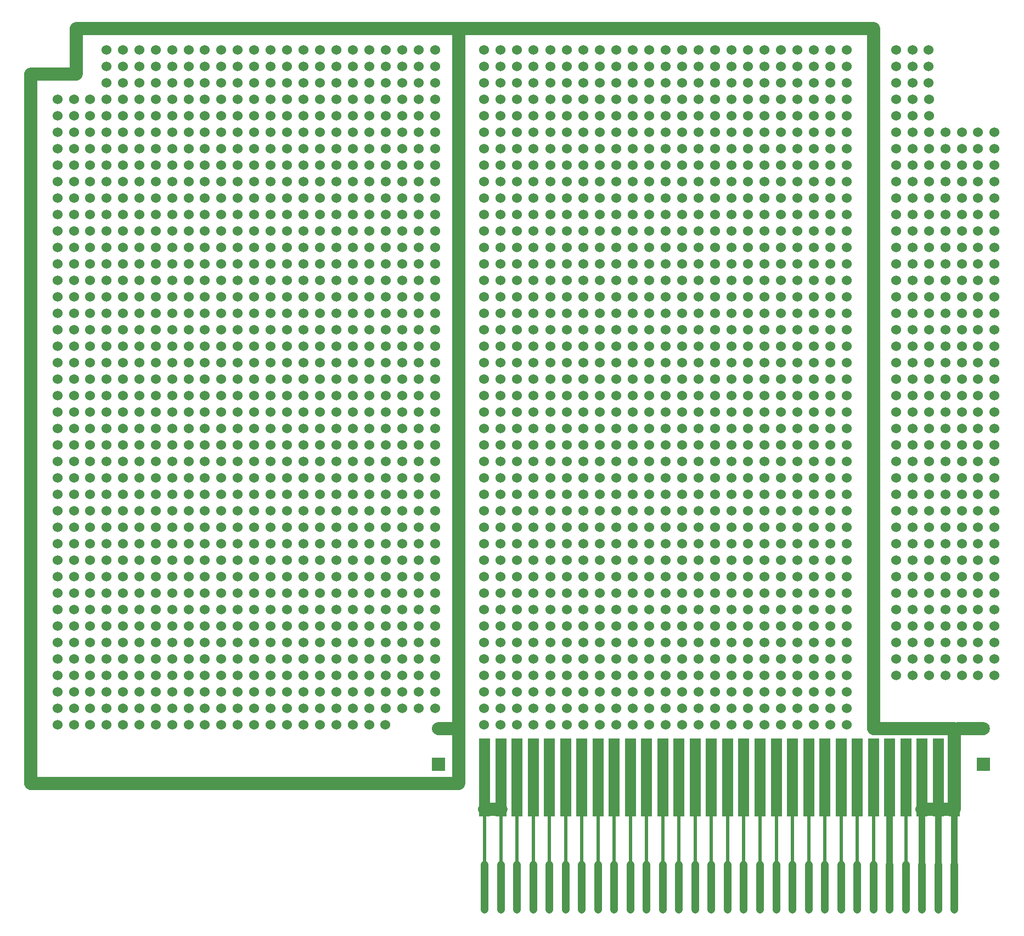
<source format=gtl>
G75*
%MOIN*%
%OFA0B0*%
%FSLAX25Y25*%
%IPPOS*%
%LPD*%
%AMOC8*
5,1,8,0,0,1.08239X$1,22.5*
%
%ADD10C,0.04724*%
%ADD11C,0.01969*%
%ADD12C,0.03937*%
%ADD13R,0.06693X0.47244*%
%ADD14R,0.07874X0.07874*%
%ADD15C,0.07874*%
%ADD16C,0.07874*%
%ADD17C,0.06000*%
D10*
X0294701Y0010906D02*
X0294701Y0038465D01*
X0304543Y0038465D02*
X0304543Y0010906D01*
X0314386Y0010906D02*
X0314386Y0038465D01*
X0324228Y0038465D02*
X0324228Y0010906D01*
X0334071Y0010906D02*
X0334071Y0038465D01*
X0343913Y0038465D02*
X0343913Y0010906D01*
X0353756Y0010906D02*
X0353756Y0038465D01*
X0363598Y0038465D02*
X0363598Y0010906D01*
X0373441Y0010906D02*
X0373441Y0038465D01*
X0383283Y0038465D02*
X0383283Y0010906D01*
X0393126Y0010906D02*
X0393126Y0038465D01*
X0402969Y0038465D02*
X0402969Y0010906D01*
X0412811Y0010906D02*
X0412811Y0038465D01*
X0422654Y0038465D02*
X0422654Y0010906D01*
X0432496Y0010906D02*
X0432496Y0038465D01*
X0442339Y0038465D02*
X0442339Y0010906D01*
X0452181Y0010906D02*
X0452181Y0038465D01*
X0462024Y0038465D02*
X0462024Y0010906D01*
X0471866Y0010906D02*
X0471866Y0038465D01*
X0481709Y0038465D02*
X0481709Y0010906D01*
X0491551Y0010906D02*
X0491551Y0038465D01*
X0501394Y0038465D02*
X0501394Y0010906D01*
X0511236Y0010906D02*
X0511236Y0038465D01*
X0521079Y0038465D02*
X0521079Y0010906D01*
X0530921Y0010906D02*
X0530921Y0038465D01*
X0540764Y0038465D02*
X0540764Y0010906D01*
X0550606Y0010906D02*
X0550606Y0038465D01*
X0560449Y0038465D02*
X0560449Y0010906D01*
X0570291Y0010906D02*
X0570291Y0038465D01*
X0580134Y0038465D02*
X0580134Y0010906D01*
D11*
X0550606Y0038858D02*
X0550606Y0069567D01*
X0530921Y0069567D02*
X0530921Y0038465D01*
X0521079Y0039252D02*
X0521079Y0069567D01*
X0511236Y0069567D02*
X0511236Y0038465D01*
X0501394Y0038858D02*
X0501394Y0069567D01*
X0491551Y0069567D02*
X0491551Y0038465D01*
X0481709Y0038465D02*
X0481709Y0069567D01*
X0471866Y0069567D02*
X0471866Y0038465D01*
X0462024Y0038465D02*
X0462024Y0069567D01*
X0452181Y0069567D02*
X0452181Y0038465D01*
X0442339Y0038465D02*
X0442339Y0069567D01*
X0432496Y0069567D02*
X0432496Y0038465D01*
X0422654Y0038465D02*
X0422654Y0069567D01*
X0412811Y0069567D02*
X0412811Y0038465D01*
X0402969Y0038465D02*
X0402969Y0069567D01*
X0393126Y0069567D02*
X0393126Y0039646D01*
X0383283Y0039252D02*
X0383283Y0069567D01*
X0373441Y0069567D02*
X0373441Y0040433D01*
X0363598Y0038465D02*
X0363598Y0069567D01*
X0353756Y0069567D02*
X0353756Y0038858D01*
X0343913Y0039252D02*
X0343913Y0069567D01*
X0334071Y0069567D02*
X0334071Y0038465D01*
X0324228Y0038465D02*
X0324228Y0069567D01*
X0314386Y0069567D02*
X0314386Y0038858D01*
X0304543Y0038465D02*
X0304543Y0069173D01*
X0294701Y0069173D02*
X0294701Y0039252D01*
D12*
X0540764Y0038465D02*
X0540764Y0069567D01*
X0560449Y0069567D02*
X0560449Y0038465D01*
X0570291Y0038465D02*
X0570291Y0068386D01*
X0580134Y0068386D02*
X0580134Y0038465D01*
X0019110Y0286654D02*
X0019110Y0288465D01*
X0019110Y0424291D02*
X0019110Y0424449D01*
D13*
X0294701Y0091220D03*
X0304543Y0091220D03*
X0314386Y0091220D03*
X0324228Y0091220D03*
X0334071Y0091220D03*
X0343913Y0091220D03*
X0353756Y0091220D03*
X0363598Y0091220D03*
X0373441Y0091220D03*
X0383283Y0091220D03*
X0393126Y0091220D03*
X0402969Y0091220D03*
X0412811Y0091220D03*
X0422654Y0091220D03*
X0432496Y0091220D03*
X0442339Y0091220D03*
X0452181Y0091220D03*
X0462024Y0091220D03*
X0471866Y0091220D03*
X0481709Y0091220D03*
X0491551Y0091220D03*
X0501394Y0091220D03*
X0511236Y0091220D03*
X0521079Y0091220D03*
X0530921Y0091220D03*
X0540764Y0091220D03*
X0550606Y0091220D03*
X0560449Y0091220D03*
X0570291Y0091220D03*
X0580134Y0091220D03*
D14*
X0597850Y0099488D03*
X0266827Y0099488D03*
D15*
X0278953Y0087677D02*
X0019110Y0087677D01*
X0019110Y0288465D01*
X0019110Y0424291D01*
X0019110Y0518780D01*
X0046669Y0518780D01*
X0046669Y0546339D01*
X0278953Y0546339D01*
X0278953Y0121142D01*
X0266827Y0121142D01*
X0278953Y0121142D02*
X0278953Y0087677D01*
X0294701Y0071929D02*
X0304543Y0071929D01*
X0530921Y0121142D02*
X0580134Y0121142D01*
X0580134Y0071929D01*
X0560449Y0071929D01*
X0582102Y0121142D02*
X0597850Y0121142D01*
X0530921Y0123110D02*
X0530921Y0546339D01*
X0278953Y0546339D01*
D16*
X0266827Y0121142D03*
X0597850Y0121142D03*
D17*
X0594465Y0153228D03*
X0604465Y0153228D03*
X0604465Y0163228D03*
X0594465Y0163228D03*
X0584780Y0163228D03*
X0584780Y0153228D03*
X0574780Y0153228D03*
X0574780Y0163228D03*
X0564780Y0163228D03*
X0564780Y0153228D03*
X0554780Y0153228D03*
X0554780Y0163228D03*
X0544780Y0163228D03*
X0544780Y0153228D03*
X0544780Y0173228D03*
X0554780Y0173228D03*
X0564780Y0173228D03*
X0574780Y0173228D03*
X0584780Y0173228D03*
X0594465Y0173228D03*
X0604465Y0173228D03*
X0604465Y0183228D03*
X0594465Y0183228D03*
X0584780Y0183228D03*
X0584780Y0193228D03*
X0584780Y0203228D03*
X0594465Y0203228D03*
X0604465Y0203228D03*
X0604465Y0193228D03*
X0594465Y0193228D03*
X0594465Y0213228D03*
X0604465Y0213228D03*
X0604465Y0223228D03*
X0594465Y0223228D03*
X0584780Y0223228D03*
X0584780Y0213228D03*
X0574780Y0213228D03*
X0564780Y0213228D03*
X0564780Y0203228D03*
X0574780Y0203228D03*
X0574780Y0193228D03*
X0564780Y0193228D03*
X0564780Y0183228D03*
X0574780Y0183228D03*
X0554780Y0183228D03*
X0544780Y0183228D03*
X0544780Y0193228D03*
X0554780Y0193228D03*
X0554780Y0203228D03*
X0544780Y0203228D03*
X0544780Y0213228D03*
X0554780Y0213228D03*
X0554780Y0223228D03*
X0544780Y0223228D03*
X0544780Y0233228D03*
X0554780Y0233228D03*
X0564780Y0233228D03*
X0574780Y0233228D03*
X0584780Y0233228D03*
X0594465Y0233228D03*
X0604465Y0233228D03*
X0604465Y0243228D03*
X0604465Y0253228D03*
X0594465Y0253228D03*
X0594465Y0243228D03*
X0584780Y0243228D03*
X0584780Y0253228D03*
X0584780Y0263228D03*
X0594465Y0263228D03*
X0604465Y0263228D03*
X0604465Y0273228D03*
X0594465Y0273228D03*
X0584780Y0273228D03*
X0584780Y0283228D03*
X0584780Y0293228D03*
X0594465Y0293228D03*
X0604465Y0293228D03*
X0604465Y0283228D03*
X0594465Y0283228D03*
X0594465Y0303228D03*
X0604465Y0303228D03*
X0604465Y0313228D03*
X0594465Y0313228D03*
X0584780Y0313228D03*
X0584780Y0303228D03*
X0574780Y0303228D03*
X0564780Y0303228D03*
X0564780Y0293228D03*
X0574780Y0293228D03*
X0574780Y0283228D03*
X0564780Y0283228D03*
X0564780Y0273228D03*
X0574780Y0273228D03*
X0574780Y0263228D03*
X0564780Y0263228D03*
X0564780Y0253228D03*
X0574780Y0253228D03*
X0574780Y0243228D03*
X0564780Y0243228D03*
X0554780Y0243228D03*
X0554780Y0253228D03*
X0544780Y0253228D03*
X0544780Y0243228D03*
X0544780Y0263228D03*
X0554780Y0263228D03*
X0554780Y0273228D03*
X0544780Y0273228D03*
X0544780Y0283228D03*
X0554780Y0283228D03*
X0554780Y0293228D03*
X0544780Y0293228D03*
X0544780Y0303228D03*
X0554780Y0303228D03*
X0554780Y0313228D03*
X0544780Y0313228D03*
X0544780Y0323228D03*
X0554780Y0323228D03*
X0554780Y0333228D03*
X0544780Y0333228D03*
X0544780Y0343228D03*
X0554780Y0343228D03*
X0564780Y0343228D03*
X0574780Y0343228D03*
X0584780Y0343228D03*
X0594465Y0343228D03*
X0604465Y0343228D03*
X0604465Y0333228D03*
X0604465Y0323228D03*
X0594465Y0323228D03*
X0594465Y0333228D03*
X0584780Y0333228D03*
X0584780Y0323228D03*
X0574780Y0323228D03*
X0574780Y0333228D03*
X0564780Y0333228D03*
X0564780Y0323228D03*
X0564780Y0313228D03*
X0574780Y0313228D03*
X0574780Y0353228D03*
X0564780Y0353228D03*
X0564780Y0363228D03*
X0574780Y0363228D03*
X0584780Y0363228D03*
X0594465Y0363228D03*
X0604465Y0363228D03*
X0604465Y0353228D03*
X0594465Y0353228D03*
X0584780Y0353228D03*
X0584780Y0373228D03*
X0584780Y0383228D03*
X0594465Y0383228D03*
X0604465Y0383228D03*
X0604465Y0373228D03*
X0594465Y0373228D03*
X0594465Y0393228D03*
X0604465Y0393228D03*
X0604465Y0403228D03*
X0594465Y0403228D03*
X0584780Y0403228D03*
X0584780Y0393228D03*
X0574780Y0393228D03*
X0564780Y0393228D03*
X0564780Y0383228D03*
X0574780Y0383228D03*
X0574780Y0373228D03*
X0564780Y0373228D03*
X0554780Y0373228D03*
X0554780Y0383228D03*
X0544780Y0383228D03*
X0544780Y0373228D03*
X0544780Y0363228D03*
X0554780Y0363228D03*
X0554780Y0353228D03*
X0544780Y0353228D03*
X0514780Y0353228D03*
X0514780Y0343228D03*
X0514780Y0333228D03*
X0514780Y0323228D03*
X0514780Y0313228D03*
X0514780Y0303228D03*
X0514780Y0293228D03*
X0514780Y0283228D03*
X0514780Y0273228D03*
X0514780Y0263228D03*
X0514780Y0253228D03*
X0514780Y0243228D03*
X0514780Y0233228D03*
X0514780Y0223228D03*
X0514780Y0213228D03*
X0514780Y0203228D03*
X0514780Y0193228D03*
X0514780Y0183228D03*
X0514780Y0173228D03*
X0514780Y0163228D03*
X0514780Y0153228D03*
X0514780Y0143228D03*
X0514780Y0133228D03*
X0514780Y0123386D03*
X0504780Y0123386D03*
X0504780Y0133228D03*
X0504780Y0143228D03*
X0504780Y0153228D03*
X0504780Y0163228D03*
X0504780Y0173228D03*
X0504780Y0183228D03*
X0504780Y0193228D03*
X0504780Y0203228D03*
X0504780Y0213228D03*
X0504780Y0223228D03*
X0504780Y0233228D03*
X0504780Y0243228D03*
X0504780Y0253228D03*
X0504780Y0263228D03*
X0504780Y0273228D03*
X0504780Y0283228D03*
X0504780Y0293228D03*
X0504780Y0303228D03*
X0504780Y0313228D03*
X0504780Y0323228D03*
X0504780Y0333228D03*
X0504780Y0343228D03*
X0504780Y0353228D03*
X0504780Y0363228D03*
X0514780Y0363228D03*
X0514780Y0373228D03*
X0514780Y0383228D03*
X0514780Y0393228D03*
X0514780Y0403228D03*
X0514780Y0413228D03*
X0514780Y0423228D03*
X0514780Y0433228D03*
X0514780Y0443228D03*
X0514780Y0453228D03*
X0514780Y0463228D03*
X0514780Y0473228D03*
X0514780Y0483228D03*
X0514780Y0493228D03*
X0514780Y0503228D03*
X0514780Y0513228D03*
X0514780Y0523228D03*
X0514780Y0533228D03*
X0504780Y0533228D03*
X0504780Y0523228D03*
X0504780Y0513228D03*
X0504780Y0503228D03*
X0504780Y0493228D03*
X0504780Y0483228D03*
X0504780Y0473228D03*
X0504780Y0463228D03*
X0504780Y0453228D03*
X0504780Y0443228D03*
X0504780Y0433228D03*
X0504780Y0423228D03*
X0504780Y0413228D03*
X0504780Y0403228D03*
X0504780Y0393228D03*
X0504780Y0383228D03*
X0504780Y0373228D03*
X0494780Y0373228D03*
X0494780Y0383228D03*
X0484780Y0383228D03*
X0484780Y0373228D03*
X0484780Y0363228D03*
X0494780Y0363228D03*
X0494780Y0353228D03*
X0484780Y0353228D03*
X0484780Y0343228D03*
X0494780Y0343228D03*
X0494780Y0333228D03*
X0494780Y0323228D03*
X0484780Y0323228D03*
X0484780Y0333228D03*
X0474780Y0333228D03*
X0474780Y0323228D03*
X0464780Y0323228D03*
X0464780Y0333228D03*
X0464780Y0343228D03*
X0474780Y0343228D03*
X0474780Y0353228D03*
X0464780Y0353228D03*
X0464780Y0363228D03*
X0474780Y0363228D03*
X0474780Y0373228D03*
X0474780Y0383228D03*
X0464780Y0383228D03*
X0464780Y0373228D03*
X0454780Y0373228D03*
X0454780Y0383228D03*
X0454780Y0393228D03*
X0464780Y0393228D03*
X0474780Y0393228D03*
X0484780Y0393228D03*
X0494780Y0393228D03*
X0494780Y0403228D03*
X0484780Y0403228D03*
X0484780Y0413228D03*
X0494780Y0413228D03*
X0494780Y0423228D03*
X0484780Y0423228D03*
X0484780Y0433228D03*
X0494780Y0433228D03*
X0494780Y0443228D03*
X0484780Y0443228D03*
X0484780Y0453228D03*
X0494780Y0453228D03*
X0494780Y0463228D03*
X0484780Y0463228D03*
X0484780Y0473228D03*
X0494780Y0473228D03*
X0494780Y0483228D03*
X0484780Y0483228D03*
X0484780Y0493228D03*
X0494780Y0493228D03*
X0494780Y0503228D03*
X0484780Y0503228D03*
X0484780Y0513228D03*
X0494780Y0513228D03*
X0494780Y0523228D03*
X0484780Y0523228D03*
X0484780Y0533228D03*
X0494780Y0533228D03*
X0474780Y0533228D03*
X0464780Y0533228D03*
X0464780Y0523228D03*
X0474780Y0523228D03*
X0474780Y0513228D03*
X0464780Y0513228D03*
X0464780Y0503228D03*
X0474780Y0503228D03*
X0474780Y0493228D03*
X0464780Y0493228D03*
X0464780Y0483228D03*
X0474780Y0483228D03*
X0474780Y0473228D03*
X0464780Y0473228D03*
X0464780Y0463228D03*
X0474780Y0463228D03*
X0474780Y0453228D03*
X0464780Y0453228D03*
X0464780Y0443228D03*
X0474780Y0443228D03*
X0474780Y0433228D03*
X0464780Y0433228D03*
X0464780Y0423228D03*
X0474780Y0423228D03*
X0474780Y0413228D03*
X0464780Y0413228D03*
X0464780Y0403228D03*
X0474780Y0403228D03*
X0454780Y0403228D03*
X0454780Y0413228D03*
X0454780Y0423228D03*
X0454780Y0433228D03*
X0454780Y0443228D03*
X0454780Y0453228D03*
X0454780Y0463228D03*
X0454780Y0473228D03*
X0454780Y0483228D03*
X0454780Y0493228D03*
X0454780Y0503228D03*
X0454780Y0513228D03*
X0454780Y0523228D03*
X0454780Y0533228D03*
X0444780Y0533228D03*
X0434780Y0533228D03*
X0434780Y0523228D03*
X0444780Y0523228D03*
X0444780Y0513228D03*
X0434780Y0513228D03*
X0434780Y0503228D03*
X0444780Y0503228D03*
X0444780Y0493228D03*
X0434780Y0493228D03*
X0434780Y0483228D03*
X0444780Y0483228D03*
X0444780Y0473228D03*
X0434780Y0473228D03*
X0434780Y0463228D03*
X0444780Y0463228D03*
X0444780Y0453228D03*
X0434780Y0453228D03*
X0434780Y0443228D03*
X0444780Y0443228D03*
X0444780Y0433228D03*
X0434780Y0433228D03*
X0434780Y0423228D03*
X0444780Y0423228D03*
X0444780Y0413228D03*
X0434780Y0413228D03*
X0434780Y0403228D03*
X0444780Y0403228D03*
X0444780Y0393228D03*
X0434780Y0393228D03*
X0434780Y0383228D03*
X0444780Y0383228D03*
X0444780Y0373228D03*
X0434780Y0373228D03*
X0434780Y0363228D03*
X0444780Y0363228D03*
X0454780Y0363228D03*
X0454780Y0353228D03*
X0454780Y0343228D03*
X0454780Y0333228D03*
X0454780Y0323228D03*
X0454780Y0313228D03*
X0464780Y0313228D03*
X0474780Y0313228D03*
X0484780Y0313228D03*
X0494780Y0313228D03*
X0494780Y0303228D03*
X0484780Y0303228D03*
X0484780Y0293228D03*
X0494780Y0293228D03*
X0494780Y0283228D03*
X0484780Y0283228D03*
X0484780Y0273228D03*
X0494780Y0273228D03*
X0494780Y0263228D03*
X0484780Y0263228D03*
X0484780Y0253228D03*
X0494780Y0253228D03*
X0494780Y0243228D03*
X0484780Y0243228D03*
X0484780Y0233228D03*
X0494780Y0233228D03*
X0494780Y0223228D03*
X0484780Y0223228D03*
X0484780Y0213228D03*
X0494780Y0213228D03*
X0494780Y0203228D03*
X0494780Y0193228D03*
X0484780Y0193228D03*
X0484780Y0203228D03*
X0474780Y0203228D03*
X0474780Y0193228D03*
X0464780Y0193228D03*
X0464780Y0203228D03*
X0464780Y0213228D03*
X0474780Y0213228D03*
X0474780Y0223228D03*
X0464780Y0223228D03*
X0464780Y0233228D03*
X0474780Y0233228D03*
X0474780Y0243228D03*
X0474780Y0253228D03*
X0464780Y0253228D03*
X0464780Y0243228D03*
X0454780Y0243228D03*
X0454780Y0253228D03*
X0454780Y0263228D03*
X0464780Y0263228D03*
X0474780Y0263228D03*
X0474780Y0273228D03*
X0464780Y0273228D03*
X0464780Y0283228D03*
X0474780Y0283228D03*
X0474780Y0293228D03*
X0464780Y0293228D03*
X0464780Y0303228D03*
X0474780Y0303228D03*
X0454780Y0303228D03*
X0454780Y0293228D03*
X0454780Y0283228D03*
X0454780Y0273228D03*
X0444780Y0273228D03*
X0434780Y0273228D03*
X0434780Y0263228D03*
X0444780Y0263228D03*
X0444780Y0253228D03*
X0444780Y0243228D03*
X0434780Y0243228D03*
X0434780Y0253228D03*
X0424780Y0253228D03*
X0424780Y0243228D03*
X0414780Y0243228D03*
X0414780Y0253228D03*
X0414780Y0263228D03*
X0424780Y0263228D03*
X0424780Y0273228D03*
X0414780Y0273228D03*
X0414780Y0283228D03*
X0424780Y0283228D03*
X0424780Y0293228D03*
X0414780Y0293228D03*
X0414780Y0303228D03*
X0424780Y0303228D03*
X0434780Y0303228D03*
X0444780Y0303228D03*
X0444780Y0293228D03*
X0444780Y0283228D03*
X0434780Y0283228D03*
X0434780Y0293228D03*
X0434780Y0313228D03*
X0444780Y0313228D03*
X0444780Y0323228D03*
X0444780Y0333228D03*
X0434780Y0333228D03*
X0434780Y0323228D03*
X0424780Y0323228D03*
X0424780Y0333228D03*
X0414780Y0333228D03*
X0414780Y0323228D03*
X0414780Y0313228D03*
X0424780Y0313228D03*
X0404780Y0313228D03*
X0404780Y0303228D03*
X0404780Y0293228D03*
X0404780Y0283228D03*
X0404780Y0273228D03*
X0404780Y0263228D03*
X0404780Y0253228D03*
X0404780Y0243228D03*
X0404780Y0233228D03*
X0414780Y0233228D03*
X0424780Y0233228D03*
X0434780Y0233228D03*
X0444780Y0233228D03*
X0454780Y0233228D03*
X0454780Y0223228D03*
X0454780Y0213228D03*
X0454780Y0203228D03*
X0454780Y0193228D03*
X0454780Y0183228D03*
X0464780Y0183228D03*
X0474780Y0183228D03*
X0484780Y0183228D03*
X0494780Y0183228D03*
X0494780Y0173228D03*
X0484780Y0173228D03*
X0484780Y0163228D03*
X0494780Y0163228D03*
X0494780Y0153228D03*
X0484780Y0153228D03*
X0484780Y0143228D03*
X0494780Y0143228D03*
X0494780Y0133228D03*
X0484780Y0133228D03*
X0484780Y0123386D03*
X0494780Y0123386D03*
X0474780Y0123386D03*
X0464780Y0123386D03*
X0464780Y0133228D03*
X0474780Y0133228D03*
X0474780Y0143228D03*
X0464780Y0143228D03*
X0464780Y0153228D03*
X0474780Y0153228D03*
X0474780Y0163228D03*
X0464780Y0163228D03*
X0464780Y0173228D03*
X0474780Y0173228D03*
X0454780Y0173228D03*
X0454780Y0163228D03*
X0454780Y0153228D03*
X0454780Y0143228D03*
X0454780Y0133228D03*
X0454780Y0123386D03*
X0444780Y0123386D03*
X0434780Y0123386D03*
X0434780Y0133228D03*
X0444780Y0133228D03*
X0444780Y0143228D03*
X0434780Y0143228D03*
X0434780Y0153228D03*
X0444780Y0153228D03*
X0444780Y0163228D03*
X0434780Y0163228D03*
X0434780Y0173228D03*
X0444780Y0173228D03*
X0444780Y0183228D03*
X0434780Y0183228D03*
X0434780Y0193228D03*
X0444780Y0193228D03*
X0444780Y0203228D03*
X0434780Y0203228D03*
X0434780Y0213228D03*
X0444780Y0213228D03*
X0444780Y0223228D03*
X0434780Y0223228D03*
X0424780Y0223228D03*
X0414780Y0223228D03*
X0414780Y0213228D03*
X0424780Y0213228D03*
X0424780Y0203228D03*
X0424780Y0193228D03*
X0414780Y0193228D03*
X0414780Y0203228D03*
X0404780Y0203228D03*
X0404780Y0193228D03*
X0404780Y0183228D03*
X0414780Y0183228D03*
X0424780Y0183228D03*
X0424780Y0173228D03*
X0414780Y0173228D03*
X0414780Y0163228D03*
X0424780Y0163228D03*
X0424780Y0153228D03*
X0414780Y0153228D03*
X0414780Y0143228D03*
X0424780Y0143228D03*
X0424780Y0133228D03*
X0414780Y0133228D03*
X0414780Y0123386D03*
X0424780Y0123386D03*
X0404780Y0123386D03*
X0404780Y0133228D03*
X0404780Y0143228D03*
X0404780Y0153228D03*
X0404780Y0163228D03*
X0404780Y0173228D03*
X0394780Y0173228D03*
X0384780Y0173228D03*
X0384780Y0163228D03*
X0394780Y0163228D03*
X0394780Y0153228D03*
X0384780Y0153228D03*
X0384780Y0143228D03*
X0394780Y0143228D03*
X0394780Y0133228D03*
X0384780Y0133228D03*
X0384780Y0123386D03*
X0394780Y0123386D03*
X0374780Y0123386D03*
X0374780Y0133228D03*
X0374780Y0143228D03*
X0374780Y0153228D03*
X0374780Y0163228D03*
X0374780Y0173228D03*
X0374780Y0183228D03*
X0384780Y0183228D03*
X0394780Y0183228D03*
X0394780Y0193228D03*
X0394780Y0203228D03*
X0384780Y0203228D03*
X0384780Y0193228D03*
X0374780Y0193228D03*
X0374780Y0203228D03*
X0374780Y0213228D03*
X0384780Y0213228D03*
X0394780Y0213228D03*
X0404780Y0213228D03*
X0404780Y0223228D03*
X0394780Y0223228D03*
X0384780Y0223228D03*
X0384780Y0233228D03*
X0394780Y0233228D03*
X0394780Y0243228D03*
X0394780Y0253228D03*
X0384780Y0253228D03*
X0384780Y0243228D03*
X0374780Y0243228D03*
X0374780Y0253228D03*
X0374780Y0263228D03*
X0384780Y0263228D03*
X0394780Y0263228D03*
X0394780Y0273228D03*
X0384780Y0273228D03*
X0384780Y0283228D03*
X0394780Y0283228D03*
X0394780Y0293228D03*
X0384780Y0293228D03*
X0384780Y0303228D03*
X0394780Y0303228D03*
X0394780Y0313228D03*
X0384780Y0313228D03*
X0384780Y0323228D03*
X0394780Y0323228D03*
X0394780Y0333228D03*
X0384780Y0333228D03*
X0384780Y0343228D03*
X0394780Y0343228D03*
X0404780Y0343228D03*
X0414780Y0343228D03*
X0424780Y0343228D03*
X0434780Y0343228D03*
X0444780Y0343228D03*
X0444780Y0353228D03*
X0434780Y0353228D03*
X0424780Y0353228D03*
X0414780Y0353228D03*
X0414780Y0363228D03*
X0424780Y0363228D03*
X0424780Y0373228D03*
X0424780Y0383228D03*
X0414780Y0383228D03*
X0414780Y0373228D03*
X0404780Y0373228D03*
X0404780Y0383228D03*
X0404780Y0393228D03*
X0414780Y0393228D03*
X0424780Y0393228D03*
X0424780Y0403228D03*
X0414780Y0403228D03*
X0414780Y0413228D03*
X0424780Y0413228D03*
X0424780Y0423228D03*
X0414780Y0423228D03*
X0414780Y0433228D03*
X0424780Y0433228D03*
X0424780Y0443228D03*
X0414780Y0443228D03*
X0414780Y0453228D03*
X0424780Y0453228D03*
X0424780Y0463228D03*
X0414780Y0463228D03*
X0414780Y0473228D03*
X0424780Y0473228D03*
X0424780Y0483228D03*
X0414780Y0483228D03*
X0414780Y0493228D03*
X0424780Y0493228D03*
X0424780Y0503228D03*
X0414780Y0503228D03*
X0414780Y0513228D03*
X0424780Y0513228D03*
X0424780Y0523228D03*
X0414780Y0523228D03*
X0414780Y0533228D03*
X0424780Y0533228D03*
X0404780Y0533228D03*
X0404780Y0523228D03*
X0404780Y0513228D03*
X0404780Y0503228D03*
X0404780Y0493228D03*
X0404780Y0483228D03*
X0404780Y0473228D03*
X0404780Y0463228D03*
X0404780Y0453228D03*
X0404780Y0443228D03*
X0404780Y0433228D03*
X0404780Y0423228D03*
X0404780Y0413228D03*
X0404780Y0403228D03*
X0394780Y0403228D03*
X0384780Y0403228D03*
X0384780Y0393228D03*
X0394780Y0393228D03*
X0394780Y0383228D03*
X0394780Y0373228D03*
X0384780Y0373228D03*
X0384780Y0383228D03*
X0374780Y0383228D03*
X0374780Y0373228D03*
X0374780Y0363228D03*
X0384780Y0363228D03*
X0394780Y0363228D03*
X0404780Y0363228D03*
X0404780Y0353228D03*
X0394780Y0353228D03*
X0384780Y0353228D03*
X0374780Y0353228D03*
X0374780Y0343228D03*
X0374780Y0333228D03*
X0374780Y0323228D03*
X0374780Y0313228D03*
X0374780Y0303228D03*
X0374780Y0293228D03*
X0374780Y0283228D03*
X0374780Y0273228D03*
X0364780Y0273228D03*
X0354780Y0273228D03*
X0354780Y0263228D03*
X0364780Y0263228D03*
X0364780Y0253228D03*
X0364780Y0243228D03*
X0354780Y0243228D03*
X0354780Y0253228D03*
X0344780Y0253228D03*
X0344780Y0243228D03*
X0334780Y0243228D03*
X0334780Y0253228D03*
X0334780Y0263228D03*
X0344780Y0263228D03*
X0344780Y0273228D03*
X0334780Y0273228D03*
X0334780Y0283228D03*
X0344780Y0283228D03*
X0344780Y0293228D03*
X0334780Y0293228D03*
X0334780Y0303228D03*
X0344780Y0303228D03*
X0354780Y0303228D03*
X0364780Y0303228D03*
X0364780Y0293228D03*
X0364780Y0283228D03*
X0354780Y0283228D03*
X0354780Y0293228D03*
X0354780Y0313228D03*
X0364780Y0313228D03*
X0364780Y0323228D03*
X0364780Y0333228D03*
X0354780Y0333228D03*
X0354780Y0323228D03*
X0344780Y0323228D03*
X0344780Y0333228D03*
X0334780Y0333228D03*
X0334780Y0323228D03*
X0334780Y0313228D03*
X0344780Y0313228D03*
X0324425Y0313228D03*
X0324425Y0303228D03*
X0324425Y0293228D03*
X0324425Y0283228D03*
X0324425Y0273228D03*
X0324425Y0263228D03*
X0324425Y0253228D03*
X0324425Y0243228D03*
X0324425Y0233228D03*
X0324425Y0223228D03*
X0324425Y0213228D03*
X0324425Y0203228D03*
X0324425Y0193228D03*
X0324425Y0183228D03*
X0324425Y0173228D03*
X0324425Y0163228D03*
X0324425Y0153228D03*
X0324425Y0143228D03*
X0324425Y0133228D03*
X0324425Y0123386D03*
X0314425Y0123386D03*
X0304425Y0123386D03*
X0304425Y0133228D03*
X0314425Y0133228D03*
X0314425Y0143228D03*
X0304425Y0143228D03*
X0294425Y0143228D03*
X0294425Y0133228D03*
X0294425Y0123386D03*
X0264780Y0133228D03*
X0254780Y0133228D03*
X0254780Y0143228D03*
X0264780Y0143228D03*
X0264780Y0153228D03*
X0264780Y0163228D03*
X0254780Y0163228D03*
X0254780Y0153228D03*
X0244780Y0153228D03*
X0244780Y0163228D03*
X0244780Y0173228D03*
X0254780Y0173228D03*
X0264780Y0173228D03*
X0264780Y0183228D03*
X0254780Y0183228D03*
X0254780Y0193228D03*
X0264780Y0193228D03*
X0264780Y0203228D03*
X0254780Y0203228D03*
X0254780Y0213228D03*
X0264780Y0213228D03*
X0264780Y0223228D03*
X0254780Y0223228D03*
X0254780Y0233228D03*
X0264780Y0233228D03*
X0264780Y0243228D03*
X0264780Y0253228D03*
X0254780Y0253228D03*
X0254780Y0243228D03*
X0244780Y0243228D03*
X0244780Y0253228D03*
X0244780Y0263228D03*
X0254780Y0263228D03*
X0264780Y0263228D03*
X0264780Y0273228D03*
X0254780Y0273228D03*
X0254780Y0283228D03*
X0264780Y0283228D03*
X0264780Y0293228D03*
X0254780Y0293228D03*
X0254780Y0303228D03*
X0264780Y0303228D03*
X0264780Y0313228D03*
X0254780Y0313228D03*
X0254780Y0323228D03*
X0264780Y0323228D03*
X0264780Y0333228D03*
X0254780Y0333228D03*
X0254780Y0343228D03*
X0264780Y0343228D03*
X0264780Y0353228D03*
X0254780Y0353228D03*
X0254780Y0363228D03*
X0264780Y0363228D03*
X0264780Y0373228D03*
X0264780Y0383228D03*
X0254780Y0383228D03*
X0254780Y0373228D03*
X0244780Y0373228D03*
X0244780Y0383228D03*
X0244780Y0393228D03*
X0254780Y0393228D03*
X0264780Y0393228D03*
X0264780Y0403228D03*
X0254780Y0403228D03*
X0254780Y0413228D03*
X0264780Y0413228D03*
X0264780Y0423228D03*
X0254780Y0423228D03*
X0254780Y0433228D03*
X0264780Y0433228D03*
X0264780Y0443228D03*
X0254780Y0443228D03*
X0254780Y0453228D03*
X0264780Y0453228D03*
X0264780Y0463228D03*
X0254780Y0463228D03*
X0254780Y0473228D03*
X0264780Y0473228D03*
X0264780Y0483228D03*
X0254780Y0483228D03*
X0254780Y0493228D03*
X0264780Y0493228D03*
X0264780Y0503228D03*
X0254780Y0503228D03*
X0254780Y0513228D03*
X0264780Y0513228D03*
X0264780Y0523228D03*
X0254780Y0523228D03*
X0254780Y0533228D03*
X0264780Y0533228D03*
X0244780Y0533228D03*
X0244780Y0523228D03*
X0244780Y0513228D03*
X0244780Y0503228D03*
X0244780Y0493228D03*
X0244780Y0483228D03*
X0244780Y0473228D03*
X0244780Y0463228D03*
X0244780Y0453228D03*
X0244780Y0443228D03*
X0244780Y0433228D03*
X0244780Y0423228D03*
X0244780Y0413228D03*
X0244780Y0403228D03*
X0234780Y0403228D03*
X0224780Y0403228D03*
X0224780Y0393228D03*
X0234780Y0393228D03*
X0234780Y0383228D03*
X0234780Y0373228D03*
X0224780Y0373228D03*
X0224780Y0383228D03*
X0214780Y0383228D03*
X0214780Y0373228D03*
X0204780Y0373228D03*
X0204780Y0383228D03*
X0204780Y0393228D03*
X0214780Y0393228D03*
X0214780Y0403228D03*
X0204780Y0403228D03*
X0204780Y0413228D03*
X0214780Y0413228D03*
X0214780Y0423228D03*
X0204780Y0423228D03*
X0204780Y0433228D03*
X0214780Y0433228D03*
X0224780Y0433228D03*
X0234780Y0433228D03*
X0234780Y0423228D03*
X0234780Y0413228D03*
X0224780Y0413228D03*
X0224780Y0423228D03*
X0224780Y0443228D03*
X0234780Y0443228D03*
X0234780Y0453228D03*
X0234780Y0463228D03*
X0224780Y0463228D03*
X0224780Y0453228D03*
X0214780Y0453228D03*
X0214780Y0463228D03*
X0204780Y0463228D03*
X0204780Y0453228D03*
X0204780Y0443228D03*
X0214780Y0443228D03*
X0194780Y0443228D03*
X0194780Y0433228D03*
X0194780Y0423228D03*
X0194780Y0413228D03*
X0194780Y0403228D03*
X0194780Y0393228D03*
X0194780Y0383228D03*
X0194780Y0373228D03*
X0194780Y0363228D03*
X0204780Y0363228D03*
X0214780Y0363228D03*
X0224780Y0363228D03*
X0234780Y0363228D03*
X0244780Y0363228D03*
X0244780Y0353228D03*
X0244780Y0343228D03*
X0244780Y0333228D03*
X0244780Y0323228D03*
X0244780Y0313228D03*
X0244780Y0303228D03*
X0244780Y0293228D03*
X0244780Y0283228D03*
X0244780Y0273228D03*
X0234780Y0273228D03*
X0224780Y0273228D03*
X0224780Y0263228D03*
X0234780Y0263228D03*
X0234780Y0253228D03*
X0234780Y0243228D03*
X0224780Y0243228D03*
X0224780Y0253228D03*
X0214780Y0253228D03*
X0214780Y0243228D03*
X0204780Y0243228D03*
X0204780Y0253228D03*
X0204780Y0263228D03*
X0214780Y0263228D03*
X0214780Y0273228D03*
X0204780Y0273228D03*
X0204780Y0283228D03*
X0214780Y0283228D03*
X0214780Y0293228D03*
X0204780Y0293228D03*
X0204780Y0303228D03*
X0214780Y0303228D03*
X0224780Y0303228D03*
X0234780Y0303228D03*
X0234780Y0293228D03*
X0234780Y0283228D03*
X0224780Y0283228D03*
X0224780Y0293228D03*
X0224780Y0313228D03*
X0234780Y0313228D03*
X0234780Y0323228D03*
X0234780Y0333228D03*
X0224780Y0333228D03*
X0224780Y0323228D03*
X0214780Y0323228D03*
X0214780Y0333228D03*
X0204780Y0333228D03*
X0204780Y0323228D03*
X0204780Y0313228D03*
X0214780Y0313228D03*
X0194780Y0313228D03*
X0194780Y0303228D03*
X0194780Y0293228D03*
X0194780Y0283228D03*
X0194780Y0273228D03*
X0194780Y0263228D03*
X0194780Y0253228D03*
X0194780Y0243228D03*
X0194780Y0233228D03*
X0204780Y0233228D03*
X0214780Y0233228D03*
X0224780Y0233228D03*
X0234780Y0233228D03*
X0244780Y0233228D03*
X0244780Y0223228D03*
X0244780Y0213228D03*
X0244780Y0203228D03*
X0244780Y0193228D03*
X0244780Y0183228D03*
X0234780Y0183228D03*
X0224780Y0183228D03*
X0224780Y0173228D03*
X0234780Y0173228D03*
X0234780Y0163228D03*
X0234780Y0153228D03*
X0224780Y0153228D03*
X0224780Y0163228D03*
X0214780Y0163228D03*
X0214780Y0153228D03*
X0204780Y0153228D03*
X0204780Y0163228D03*
X0204780Y0173228D03*
X0214780Y0173228D03*
X0214780Y0183228D03*
X0204780Y0183228D03*
X0204780Y0193228D03*
X0214780Y0193228D03*
X0214780Y0203228D03*
X0204780Y0203228D03*
X0204780Y0213228D03*
X0214780Y0213228D03*
X0224780Y0213228D03*
X0234780Y0213228D03*
X0234780Y0203228D03*
X0234780Y0193228D03*
X0224780Y0193228D03*
X0224780Y0203228D03*
X0224780Y0223228D03*
X0234780Y0223228D03*
X0214780Y0223228D03*
X0204780Y0223228D03*
X0194780Y0223228D03*
X0194780Y0213228D03*
X0194780Y0203228D03*
X0194780Y0193228D03*
X0194780Y0183228D03*
X0194780Y0173228D03*
X0194780Y0163228D03*
X0194780Y0153228D03*
X0194780Y0143228D03*
X0204780Y0143228D03*
X0214780Y0143228D03*
X0224780Y0143228D03*
X0234780Y0143228D03*
X0244780Y0143228D03*
X0244780Y0133228D03*
X0234780Y0133228D03*
X0224780Y0133228D03*
X0214780Y0133228D03*
X0204780Y0133228D03*
X0204780Y0123228D03*
X0214780Y0123228D03*
X0224622Y0123228D03*
X0234465Y0123228D03*
X0194780Y0123228D03*
X0194780Y0133228D03*
X0184780Y0133228D03*
X0174780Y0133228D03*
X0174780Y0123228D03*
X0184780Y0123228D03*
X0164780Y0123228D03*
X0154780Y0123228D03*
X0154780Y0133228D03*
X0164780Y0133228D03*
X0164780Y0143228D03*
X0154780Y0143228D03*
X0154780Y0153228D03*
X0164780Y0153228D03*
X0164780Y0163228D03*
X0154780Y0163228D03*
X0154780Y0173228D03*
X0164780Y0173228D03*
X0174780Y0173228D03*
X0184780Y0173228D03*
X0184780Y0163228D03*
X0184780Y0153228D03*
X0174780Y0153228D03*
X0174780Y0163228D03*
X0174780Y0143228D03*
X0184780Y0143228D03*
X0144780Y0143228D03*
X0144780Y0133228D03*
X0144780Y0123228D03*
X0134780Y0123228D03*
X0124780Y0123228D03*
X0114898Y0123228D03*
X0114898Y0133228D03*
X0124780Y0133228D03*
X0134780Y0133228D03*
X0134780Y0143228D03*
X0124780Y0143228D03*
X0114898Y0143228D03*
X0114898Y0153228D03*
X0114898Y0163228D03*
X0124780Y0163228D03*
X0134780Y0163228D03*
X0134780Y0153228D03*
X0124780Y0153228D03*
X0144780Y0153228D03*
X0144780Y0163228D03*
X0144780Y0173228D03*
X0144780Y0183228D03*
X0154780Y0183228D03*
X0164780Y0183228D03*
X0174780Y0183228D03*
X0184780Y0183228D03*
X0184780Y0193228D03*
X0184780Y0203228D03*
X0174780Y0203228D03*
X0174780Y0193228D03*
X0164780Y0193228D03*
X0164780Y0203228D03*
X0154780Y0203228D03*
X0154780Y0193228D03*
X0144780Y0193228D03*
X0144780Y0203228D03*
X0144780Y0213228D03*
X0154780Y0213228D03*
X0164780Y0213228D03*
X0174780Y0213228D03*
X0184780Y0213228D03*
X0184780Y0223228D03*
X0174780Y0223228D03*
X0174780Y0233228D03*
X0184780Y0233228D03*
X0184780Y0243228D03*
X0184780Y0253228D03*
X0174780Y0253228D03*
X0174780Y0243228D03*
X0164780Y0243228D03*
X0164780Y0253228D03*
X0154780Y0253228D03*
X0154780Y0243228D03*
X0154780Y0233228D03*
X0164780Y0233228D03*
X0164780Y0223228D03*
X0154780Y0223228D03*
X0144780Y0223228D03*
X0144780Y0233228D03*
X0144780Y0243228D03*
X0144780Y0253228D03*
X0144780Y0263228D03*
X0154780Y0263228D03*
X0164780Y0263228D03*
X0174780Y0263228D03*
X0184780Y0263228D03*
X0184780Y0273228D03*
X0174780Y0273228D03*
X0174780Y0283228D03*
X0184780Y0283228D03*
X0184780Y0293228D03*
X0174780Y0293228D03*
X0174780Y0303228D03*
X0184780Y0303228D03*
X0184780Y0313228D03*
X0174780Y0313228D03*
X0174780Y0323228D03*
X0184780Y0323228D03*
X0184780Y0333228D03*
X0174780Y0333228D03*
X0174780Y0343228D03*
X0184780Y0343228D03*
X0194780Y0343228D03*
X0204780Y0343228D03*
X0214780Y0343228D03*
X0224780Y0343228D03*
X0234780Y0343228D03*
X0234780Y0353228D03*
X0224780Y0353228D03*
X0214780Y0353228D03*
X0204780Y0353228D03*
X0194780Y0353228D03*
X0184780Y0353228D03*
X0174780Y0353228D03*
X0174780Y0363228D03*
X0184780Y0363228D03*
X0184780Y0373228D03*
X0184780Y0383228D03*
X0174780Y0383228D03*
X0174780Y0373228D03*
X0164780Y0373228D03*
X0164780Y0383228D03*
X0154780Y0383228D03*
X0154780Y0373228D03*
X0154780Y0363228D03*
X0164780Y0363228D03*
X0164780Y0353228D03*
X0154780Y0353228D03*
X0154780Y0343228D03*
X0164780Y0343228D03*
X0164780Y0333228D03*
X0164780Y0323228D03*
X0154780Y0323228D03*
X0154780Y0333228D03*
X0144780Y0333228D03*
X0144780Y0323228D03*
X0144780Y0313228D03*
X0154780Y0313228D03*
X0164780Y0313228D03*
X0164780Y0303228D03*
X0154780Y0303228D03*
X0154780Y0293228D03*
X0164780Y0293228D03*
X0164780Y0283228D03*
X0154780Y0283228D03*
X0154780Y0273228D03*
X0164780Y0273228D03*
X0144780Y0273228D03*
X0144780Y0283228D03*
X0144780Y0293228D03*
X0144780Y0303228D03*
X0134780Y0303228D03*
X0124780Y0303228D03*
X0114898Y0303228D03*
X0114898Y0293228D03*
X0114898Y0283228D03*
X0124780Y0283228D03*
X0134780Y0283228D03*
X0134780Y0293228D03*
X0124780Y0293228D03*
X0124780Y0273228D03*
X0134780Y0273228D03*
X0134780Y0263228D03*
X0124780Y0263228D03*
X0114898Y0263228D03*
X0114898Y0253228D03*
X0114898Y0243228D03*
X0124780Y0243228D03*
X0134780Y0243228D03*
X0134780Y0253228D03*
X0124780Y0253228D03*
X0124780Y0233228D03*
X0134780Y0233228D03*
X0134780Y0223228D03*
X0124780Y0223228D03*
X0114898Y0223228D03*
X0114898Y0213228D03*
X0124780Y0213228D03*
X0134780Y0213228D03*
X0134780Y0203228D03*
X0134780Y0193228D03*
X0124780Y0193228D03*
X0124780Y0203228D03*
X0114898Y0203228D03*
X0114898Y0193228D03*
X0114898Y0183228D03*
X0124780Y0183228D03*
X0134780Y0183228D03*
X0134780Y0173228D03*
X0124780Y0173228D03*
X0114898Y0173228D03*
X0104898Y0173228D03*
X0094898Y0173228D03*
X0094898Y0163228D03*
X0104898Y0163228D03*
X0104898Y0153228D03*
X0094898Y0153228D03*
X0094898Y0143228D03*
X0104898Y0143228D03*
X0104898Y0133228D03*
X0094898Y0133228D03*
X0094898Y0123228D03*
X0104898Y0123228D03*
X0084898Y0123228D03*
X0074898Y0123228D03*
X0074898Y0133228D03*
X0084898Y0133228D03*
X0084898Y0143228D03*
X0074898Y0143228D03*
X0074898Y0153228D03*
X0084898Y0153228D03*
X0084898Y0163228D03*
X0074898Y0163228D03*
X0074898Y0173228D03*
X0084898Y0173228D03*
X0084898Y0183228D03*
X0074898Y0183228D03*
X0074898Y0193228D03*
X0084898Y0193228D03*
X0084898Y0203228D03*
X0074898Y0203228D03*
X0074898Y0213228D03*
X0084898Y0213228D03*
X0094898Y0213228D03*
X0104898Y0213228D03*
X0104898Y0203228D03*
X0104898Y0193228D03*
X0094898Y0193228D03*
X0094898Y0203228D03*
X0094898Y0183228D03*
X0104898Y0183228D03*
X0064898Y0183228D03*
X0064898Y0173228D03*
X0064898Y0163228D03*
X0064898Y0153228D03*
X0064898Y0143228D03*
X0064898Y0133228D03*
X0064898Y0123228D03*
X0054898Y0123228D03*
X0045213Y0123228D03*
X0045213Y0133228D03*
X0054898Y0133228D03*
X0054898Y0143228D03*
X0045213Y0143228D03*
X0045213Y0153228D03*
X0054898Y0153228D03*
X0054898Y0163228D03*
X0045213Y0163228D03*
X0045213Y0173228D03*
X0054898Y0173228D03*
X0054898Y0183228D03*
X0045213Y0183228D03*
X0045213Y0193228D03*
X0054898Y0193228D03*
X0054898Y0203228D03*
X0045213Y0203228D03*
X0045213Y0213228D03*
X0054898Y0213228D03*
X0064898Y0213228D03*
X0064898Y0203228D03*
X0064898Y0193228D03*
X0035213Y0193228D03*
X0035213Y0203228D03*
X0035213Y0213228D03*
X0035213Y0223228D03*
X0045213Y0223228D03*
X0054898Y0223228D03*
X0064898Y0223228D03*
X0074898Y0223228D03*
X0084898Y0223228D03*
X0094898Y0223228D03*
X0104898Y0223228D03*
X0104898Y0233228D03*
X0094898Y0233228D03*
X0094898Y0243228D03*
X0104898Y0243228D03*
X0104898Y0253228D03*
X0094898Y0253228D03*
X0094898Y0263228D03*
X0104898Y0263228D03*
X0104898Y0273228D03*
X0094898Y0273228D03*
X0094898Y0283228D03*
X0104898Y0283228D03*
X0104898Y0293228D03*
X0094898Y0293228D03*
X0094898Y0303228D03*
X0104898Y0303228D03*
X0104898Y0313228D03*
X0094898Y0313228D03*
X0094898Y0323228D03*
X0104898Y0323228D03*
X0104898Y0333228D03*
X0094898Y0333228D03*
X0094898Y0343228D03*
X0104898Y0343228D03*
X0114898Y0343228D03*
X0124780Y0343228D03*
X0134780Y0343228D03*
X0144780Y0343228D03*
X0144780Y0353228D03*
X0144780Y0363228D03*
X0144780Y0373228D03*
X0144780Y0383228D03*
X0144780Y0393228D03*
X0154780Y0393228D03*
X0164780Y0393228D03*
X0174780Y0393228D03*
X0184780Y0393228D03*
X0184780Y0403228D03*
X0174780Y0403228D03*
X0174780Y0413228D03*
X0184780Y0413228D03*
X0184780Y0423228D03*
X0174780Y0423228D03*
X0174780Y0433228D03*
X0184780Y0433228D03*
X0184780Y0443228D03*
X0174780Y0443228D03*
X0174780Y0453228D03*
X0184780Y0453228D03*
X0184780Y0463228D03*
X0174780Y0463228D03*
X0174780Y0473228D03*
X0184780Y0473228D03*
X0194780Y0473228D03*
X0204780Y0473228D03*
X0214780Y0473228D03*
X0224780Y0473228D03*
X0234780Y0473228D03*
X0234780Y0483228D03*
X0224780Y0483228D03*
X0224780Y0493228D03*
X0234780Y0493228D03*
X0234780Y0503228D03*
X0224780Y0503228D03*
X0224780Y0513228D03*
X0234780Y0513228D03*
X0234780Y0523228D03*
X0224780Y0523228D03*
X0224780Y0533228D03*
X0234780Y0533228D03*
X0214780Y0533228D03*
X0204780Y0533228D03*
X0204780Y0523228D03*
X0214780Y0523228D03*
X0214780Y0513228D03*
X0204780Y0513228D03*
X0204780Y0503228D03*
X0214780Y0503228D03*
X0214780Y0493228D03*
X0204780Y0493228D03*
X0204780Y0483228D03*
X0214780Y0483228D03*
X0194780Y0483228D03*
X0194780Y0493228D03*
X0194780Y0503228D03*
X0194780Y0513228D03*
X0194780Y0523228D03*
X0194780Y0533228D03*
X0184780Y0533228D03*
X0174780Y0533228D03*
X0174780Y0523228D03*
X0184780Y0523228D03*
X0184780Y0513228D03*
X0174780Y0513228D03*
X0174780Y0503228D03*
X0184780Y0503228D03*
X0184780Y0493228D03*
X0174780Y0493228D03*
X0174780Y0483228D03*
X0184780Y0483228D03*
X0164780Y0483228D03*
X0154780Y0483228D03*
X0154780Y0473228D03*
X0164780Y0473228D03*
X0164780Y0463228D03*
X0164780Y0453228D03*
X0154780Y0453228D03*
X0154780Y0463228D03*
X0144780Y0463228D03*
X0144780Y0453228D03*
X0144780Y0443228D03*
X0154780Y0443228D03*
X0164780Y0443228D03*
X0164780Y0433228D03*
X0154780Y0433228D03*
X0154780Y0423228D03*
X0164780Y0423228D03*
X0164780Y0413228D03*
X0154780Y0413228D03*
X0154780Y0403228D03*
X0164780Y0403228D03*
X0144780Y0403228D03*
X0144780Y0413228D03*
X0144780Y0423228D03*
X0144780Y0433228D03*
X0134780Y0433228D03*
X0124780Y0433228D03*
X0114898Y0433228D03*
X0114898Y0423228D03*
X0114898Y0413228D03*
X0124780Y0413228D03*
X0134780Y0413228D03*
X0134780Y0423228D03*
X0124780Y0423228D03*
X0124780Y0403228D03*
X0134780Y0403228D03*
X0134780Y0393228D03*
X0124780Y0393228D03*
X0114898Y0393228D03*
X0114898Y0383228D03*
X0114898Y0373228D03*
X0124780Y0373228D03*
X0134780Y0373228D03*
X0134780Y0383228D03*
X0124780Y0383228D03*
X0124780Y0363228D03*
X0134780Y0363228D03*
X0134780Y0353228D03*
X0124780Y0353228D03*
X0114898Y0353228D03*
X0114898Y0363228D03*
X0104898Y0363228D03*
X0094898Y0363228D03*
X0094898Y0353228D03*
X0104898Y0353228D03*
X0084898Y0353228D03*
X0074898Y0353228D03*
X0074898Y0343228D03*
X0084898Y0343228D03*
X0084898Y0333228D03*
X0084898Y0323228D03*
X0074898Y0323228D03*
X0074898Y0333228D03*
X0064898Y0333228D03*
X0064898Y0323228D03*
X0064898Y0313228D03*
X0074898Y0313228D03*
X0084898Y0313228D03*
X0084898Y0303228D03*
X0074898Y0303228D03*
X0074898Y0293228D03*
X0084898Y0293228D03*
X0084898Y0283228D03*
X0074898Y0283228D03*
X0074898Y0273228D03*
X0084898Y0273228D03*
X0084898Y0263228D03*
X0074898Y0263228D03*
X0074898Y0253228D03*
X0084898Y0253228D03*
X0084898Y0243228D03*
X0074898Y0243228D03*
X0074898Y0233228D03*
X0084898Y0233228D03*
X0064898Y0233228D03*
X0064898Y0243228D03*
X0064898Y0253228D03*
X0064898Y0263228D03*
X0064898Y0273228D03*
X0064898Y0283228D03*
X0064898Y0293228D03*
X0064898Y0303228D03*
X0054898Y0303228D03*
X0045213Y0303228D03*
X0045213Y0293228D03*
X0054898Y0293228D03*
X0054898Y0283228D03*
X0045213Y0283228D03*
X0045213Y0273228D03*
X0054898Y0273228D03*
X0054898Y0263228D03*
X0045213Y0263228D03*
X0045213Y0253228D03*
X0054898Y0253228D03*
X0054898Y0243228D03*
X0045213Y0243228D03*
X0045213Y0233228D03*
X0054898Y0233228D03*
X0035213Y0233228D03*
X0035213Y0243228D03*
X0035213Y0253228D03*
X0035213Y0263228D03*
X0035213Y0273228D03*
X0035213Y0283228D03*
X0035213Y0293228D03*
X0035213Y0303228D03*
X0035213Y0313228D03*
X0045213Y0313228D03*
X0054898Y0313228D03*
X0054898Y0323228D03*
X0045213Y0323228D03*
X0045213Y0333228D03*
X0054898Y0333228D03*
X0054898Y0343228D03*
X0045213Y0343228D03*
X0045213Y0353228D03*
X0054898Y0353228D03*
X0064898Y0353228D03*
X0064898Y0343228D03*
X0064898Y0363228D03*
X0074898Y0363228D03*
X0084898Y0363228D03*
X0084898Y0373228D03*
X0084898Y0383228D03*
X0074898Y0383228D03*
X0074898Y0373228D03*
X0064898Y0373228D03*
X0064898Y0383228D03*
X0064898Y0393228D03*
X0074898Y0393228D03*
X0084898Y0393228D03*
X0094898Y0393228D03*
X0104898Y0393228D03*
X0104898Y0383228D03*
X0104898Y0373228D03*
X0094898Y0373228D03*
X0094898Y0383228D03*
X0094898Y0403228D03*
X0104898Y0403228D03*
X0114898Y0403228D03*
X0104898Y0413228D03*
X0104898Y0423228D03*
X0094898Y0423228D03*
X0094898Y0413228D03*
X0084898Y0413228D03*
X0084898Y0423228D03*
X0074898Y0423228D03*
X0074898Y0413228D03*
X0074898Y0403228D03*
X0084898Y0403228D03*
X0064898Y0403228D03*
X0064898Y0413228D03*
X0064898Y0423228D03*
X0064898Y0433228D03*
X0074898Y0433228D03*
X0084898Y0433228D03*
X0094898Y0433228D03*
X0104898Y0433228D03*
X0104898Y0443228D03*
X0094898Y0443228D03*
X0094898Y0453228D03*
X0104898Y0453228D03*
X0104898Y0463228D03*
X0094898Y0463228D03*
X0094898Y0473228D03*
X0104898Y0473228D03*
X0114898Y0473228D03*
X0124780Y0473228D03*
X0134780Y0473228D03*
X0144780Y0473228D03*
X0144780Y0483228D03*
X0144780Y0493228D03*
X0144780Y0503228D03*
X0154780Y0503228D03*
X0164780Y0503228D03*
X0164780Y0493228D03*
X0154780Y0493228D03*
X0154780Y0513228D03*
X0164780Y0513228D03*
X0164780Y0523228D03*
X0154780Y0523228D03*
X0154780Y0533228D03*
X0164780Y0533228D03*
X0144780Y0533228D03*
X0144780Y0523228D03*
X0144780Y0513228D03*
X0134780Y0513228D03*
X0124780Y0513228D03*
X0114898Y0513228D03*
X0114898Y0503228D03*
X0114898Y0493228D03*
X0124780Y0493228D03*
X0134780Y0493228D03*
X0134780Y0503228D03*
X0124780Y0503228D03*
X0124780Y0483228D03*
X0134780Y0483228D03*
X0114898Y0483228D03*
X0104898Y0483228D03*
X0094898Y0483228D03*
X0094898Y0493228D03*
X0104898Y0493228D03*
X0104898Y0503228D03*
X0094898Y0503228D03*
X0094898Y0513228D03*
X0104898Y0513228D03*
X0104898Y0523228D03*
X0094898Y0523228D03*
X0094898Y0533228D03*
X0104898Y0533228D03*
X0114898Y0533228D03*
X0124780Y0533228D03*
X0134780Y0533228D03*
X0134780Y0523228D03*
X0124780Y0523228D03*
X0114898Y0523228D03*
X0084898Y0523228D03*
X0074898Y0523228D03*
X0074898Y0513228D03*
X0084898Y0513228D03*
X0084898Y0503228D03*
X0084898Y0493228D03*
X0074898Y0493228D03*
X0074898Y0503228D03*
X0064898Y0503228D03*
X0064898Y0493228D03*
X0064898Y0483228D03*
X0074898Y0483228D03*
X0084898Y0483228D03*
X0084898Y0473228D03*
X0074898Y0473228D03*
X0074898Y0463228D03*
X0084898Y0463228D03*
X0084898Y0453228D03*
X0074898Y0453228D03*
X0074898Y0443228D03*
X0084898Y0443228D03*
X0064898Y0443228D03*
X0064898Y0453228D03*
X0064898Y0463228D03*
X0064898Y0473228D03*
X0054898Y0473228D03*
X0045213Y0473228D03*
X0045213Y0463228D03*
X0054898Y0463228D03*
X0054898Y0453228D03*
X0045213Y0453228D03*
X0045213Y0443228D03*
X0054898Y0443228D03*
X0054898Y0433228D03*
X0045213Y0433228D03*
X0045213Y0423228D03*
X0054898Y0423228D03*
X0054898Y0413228D03*
X0045213Y0413228D03*
X0045213Y0403228D03*
X0054898Y0403228D03*
X0054898Y0393228D03*
X0045213Y0393228D03*
X0045213Y0383228D03*
X0054898Y0383228D03*
X0054898Y0373228D03*
X0045213Y0373228D03*
X0045213Y0363228D03*
X0054898Y0363228D03*
X0035213Y0363228D03*
X0035213Y0353228D03*
X0035213Y0343228D03*
X0035213Y0333228D03*
X0035213Y0323228D03*
X0035213Y0373228D03*
X0035213Y0383228D03*
X0035213Y0393228D03*
X0035213Y0403228D03*
X0035213Y0413228D03*
X0035213Y0423228D03*
X0035213Y0433228D03*
X0035213Y0443228D03*
X0035213Y0453228D03*
X0035213Y0463228D03*
X0035213Y0473228D03*
X0035213Y0483228D03*
X0045213Y0483228D03*
X0054898Y0483228D03*
X0054898Y0493228D03*
X0045213Y0493228D03*
X0045213Y0503228D03*
X0054898Y0503228D03*
X0064898Y0513228D03*
X0064898Y0523228D03*
X0064898Y0533228D03*
X0074898Y0533228D03*
X0084898Y0533228D03*
X0035213Y0503228D03*
X0035213Y0493228D03*
X0114898Y0463228D03*
X0114898Y0453228D03*
X0124780Y0453228D03*
X0134780Y0453228D03*
X0134780Y0463228D03*
X0124780Y0463228D03*
X0124780Y0443228D03*
X0134780Y0443228D03*
X0114898Y0443228D03*
X0194780Y0453228D03*
X0194780Y0463228D03*
X0294425Y0463228D03*
X0294425Y0453228D03*
X0294425Y0443228D03*
X0294425Y0433228D03*
X0294425Y0423228D03*
X0294425Y0413228D03*
X0294425Y0403228D03*
X0294425Y0393228D03*
X0294425Y0383228D03*
X0294425Y0373228D03*
X0294425Y0363228D03*
X0294425Y0353228D03*
X0294425Y0343228D03*
X0294425Y0333228D03*
X0294425Y0323228D03*
X0294425Y0313228D03*
X0294425Y0303228D03*
X0294425Y0293228D03*
X0294425Y0283228D03*
X0294425Y0273228D03*
X0294425Y0263228D03*
X0294425Y0253228D03*
X0294425Y0243228D03*
X0294425Y0233228D03*
X0294425Y0223228D03*
X0294425Y0213228D03*
X0294425Y0203228D03*
X0294425Y0193228D03*
X0294425Y0183228D03*
X0294425Y0173228D03*
X0294425Y0163228D03*
X0294425Y0153228D03*
X0304425Y0153228D03*
X0314425Y0153228D03*
X0314425Y0163228D03*
X0304425Y0163228D03*
X0304425Y0173228D03*
X0314425Y0173228D03*
X0314425Y0183228D03*
X0304425Y0183228D03*
X0304425Y0193228D03*
X0314425Y0193228D03*
X0314425Y0203228D03*
X0304425Y0203228D03*
X0304425Y0213228D03*
X0314425Y0213228D03*
X0314425Y0223228D03*
X0304425Y0223228D03*
X0304425Y0233228D03*
X0314425Y0233228D03*
X0314425Y0243228D03*
X0304425Y0243228D03*
X0304425Y0253228D03*
X0314425Y0253228D03*
X0314425Y0263228D03*
X0304425Y0263228D03*
X0304425Y0273228D03*
X0314425Y0273228D03*
X0314425Y0283228D03*
X0304425Y0283228D03*
X0304425Y0293228D03*
X0314425Y0293228D03*
X0314425Y0303228D03*
X0304425Y0303228D03*
X0304425Y0313228D03*
X0314425Y0313228D03*
X0314425Y0323228D03*
X0304425Y0323228D03*
X0304425Y0333228D03*
X0314425Y0333228D03*
X0324425Y0333228D03*
X0324425Y0323228D03*
X0324425Y0343228D03*
X0314425Y0343228D03*
X0304425Y0343228D03*
X0304425Y0353228D03*
X0314425Y0353228D03*
X0324425Y0353228D03*
X0324425Y0363228D03*
X0314425Y0363228D03*
X0304425Y0363228D03*
X0304425Y0373228D03*
X0314425Y0373228D03*
X0314425Y0383228D03*
X0304425Y0383228D03*
X0304425Y0393228D03*
X0314425Y0393228D03*
X0324425Y0393228D03*
X0324425Y0383228D03*
X0324425Y0373228D03*
X0334780Y0373228D03*
X0344780Y0373228D03*
X0344780Y0383228D03*
X0334780Y0383228D03*
X0334780Y0393228D03*
X0344780Y0393228D03*
X0354780Y0393228D03*
X0364780Y0393228D03*
X0374780Y0393228D03*
X0374780Y0403228D03*
X0374780Y0413228D03*
X0374780Y0423228D03*
X0384780Y0423228D03*
X0394780Y0423228D03*
X0394780Y0413228D03*
X0384780Y0413228D03*
X0384780Y0433228D03*
X0394780Y0433228D03*
X0394780Y0443228D03*
X0384780Y0443228D03*
X0384780Y0453228D03*
X0394780Y0453228D03*
X0394780Y0463228D03*
X0384780Y0463228D03*
X0384780Y0473228D03*
X0394780Y0473228D03*
X0394780Y0483228D03*
X0384780Y0483228D03*
X0384780Y0493228D03*
X0394780Y0493228D03*
X0394780Y0503228D03*
X0384780Y0503228D03*
X0384780Y0513228D03*
X0394780Y0513228D03*
X0394780Y0523228D03*
X0384780Y0523228D03*
X0384780Y0533228D03*
X0394780Y0533228D03*
X0374780Y0533228D03*
X0374780Y0523228D03*
X0374780Y0513228D03*
X0374780Y0503228D03*
X0374780Y0493228D03*
X0374780Y0483228D03*
X0374780Y0473228D03*
X0374780Y0463228D03*
X0374780Y0453228D03*
X0374780Y0443228D03*
X0374780Y0433228D03*
X0364780Y0433228D03*
X0354780Y0433228D03*
X0354780Y0423228D03*
X0364780Y0423228D03*
X0364780Y0413228D03*
X0354780Y0413228D03*
X0354780Y0403228D03*
X0364780Y0403228D03*
X0344780Y0403228D03*
X0334780Y0403228D03*
X0334780Y0413228D03*
X0344780Y0413228D03*
X0344780Y0423228D03*
X0334780Y0423228D03*
X0334780Y0433228D03*
X0344780Y0433228D03*
X0344780Y0443228D03*
X0334780Y0443228D03*
X0334780Y0453228D03*
X0344780Y0453228D03*
X0344780Y0463228D03*
X0334780Y0463228D03*
X0334780Y0473228D03*
X0344780Y0473228D03*
X0354780Y0473228D03*
X0364780Y0473228D03*
X0364780Y0463228D03*
X0364780Y0453228D03*
X0354780Y0453228D03*
X0354780Y0463228D03*
X0354780Y0443228D03*
X0364780Y0443228D03*
X0324425Y0443228D03*
X0324425Y0433228D03*
X0324425Y0423228D03*
X0324425Y0413228D03*
X0324425Y0403228D03*
X0314425Y0403228D03*
X0304425Y0403228D03*
X0304425Y0413228D03*
X0314425Y0413228D03*
X0314425Y0423228D03*
X0304425Y0423228D03*
X0304425Y0433228D03*
X0314425Y0433228D03*
X0314425Y0443228D03*
X0304425Y0443228D03*
X0304425Y0453228D03*
X0314425Y0453228D03*
X0314425Y0463228D03*
X0304425Y0463228D03*
X0304425Y0473228D03*
X0314425Y0473228D03*
X0324425Y0473228D03*
X0324425Y0463228D03*
X0324425Y0453228D03*
X0324425Y0483228D03*
X0314425Y0483228D03*
X0304425Y0483228D03*
X0294425Y0483228D03*
X0294425Y0473228D03*
X0294425Y0493228D03*
X0294425Y0503228D03*
X0304425Y0503228D03*
X0304425Y0493228D03*
X0314425Y0493228D03*
X0314425Y0503228D03*
X0324425Y0503228D03*
X0324425Y0493228D03*
X0334780Y0493228D03*
X0344780Y0493228D03*
X0344780Y0503228D03*
X0334780Y0503228D03*
X0334780Y0513228D03*
X0344780Y0513228D03*
X0354780Y0513228D03*
X0364780Y0513228D03*
X0364780Y0503228D03*
X0364780Y0493228D03*
X0354780Y0493228D03*
X0354780Y0503228D03*
X0354780Y0483228D03*
X0364780Y0483228D03*
X0344780Y0483228D03*
X0334780Y0483228D03*
X0324425Y0513228D03*
X0314425Y0513228D03*
X0304425Y0513228D03*
X0294425Y0513228D03*
X0294425Y0523228D03*
X0304425Y0523228D03*
X0314425Y0523228D03*
X0324425Y0523228D03*
X0324425Y0533228D03*
X0314425Y0533228D03*
X0304425Y0533228D03*
X0294425Y0533228D03*
X0334780Y0533228D03*
X0344780Y0533228D03*
X0354780Y0533228D03*
X0364780Y0533228D03*
X0364780Y0523228D03*
X0354780Y0523228D03*
X0344780Y0523228D03*
X0334780Y0523228D03*
X0354780Y0383228D03*
X0364780Y0383228D03*
X0364780Y0373228D03*
X0354780Y0373228D03*
X0354780Y0363228D03*
X0364780Y0363228D03*
X0364780Y0353228D03*
X0354780Y0353228D03*
X0354780Y0343228D03*
X0364780Y0343228D03*
X0344780Y0343228D03*
X0334780Y0343228D03*
X0334780Y0353228D03*
X0344780Y0353228D03*
X0344780Y0363228D03*
X0334780Y0363228D03*
X0404780Y0333228D03*
X0404780Y0323228D03*
X0374780Y0233228D03*
X0374780Y0223228D03*
X0364780Y0223228D03*
X0354780Y0223228D03*
X0354780Y0213228D03*
X0364780Y0213228D03*
X0364780Y0203228D03*
X0364780Y0193228D03*
X0354780Y0193228D03*
X0354780Y0203228D03*
X0344780Y0203228D03*
X0344780Y0193228D03*
X0334780Y0193228D03*
X0334780Y0203228D03*
X0334780Y0213228D03*
X0344780Y0213228D03*
X0344780Y0223228D03*
X0334780Y0223228D03*
X0334780Y0233228D03*
X0344780Y0233228D03*
X0354780Y0233228D03*
X0364780Y0233228D03*
X0364780Y0183228D03*
X0354780Y0183228D03*
X0354780Y0173228D03*
X0364780Y0173228D03*
X0364780Y0163228D03*
X0364780Y0153228D03*
X0354780Y0153228D03*
X0354780Y0163228D03*
X0344780Y0163228D03*
X0344780Y0153228D03*
X0334780Y0153228D03*
X0334780Y0163228D03*
X0334780Y0173228D03*
X0344780Y0173228D03*
X0344780Y0183228D03*
X0334780Y0183228D03*
X0334780Y0143228D03*
X0344780Y0143228D03*
X0354780Y0143228D03*
X0364780Y0143228D03*
X0364780Y0133228D03*
X0354780Y0133228D03*
X0354780Y0123386D03*
X0364780Y0123386D03*
X0344780Y0123386D03*
X0334780Y0123386D03*
X0334780Y0133228D03*
X0344780Y0133228D03*
X0194780Y0323228D03*
X0194780Y0333228D03*
X0134780Y0333228D03*
X0134780Y0323228D03*
X0124780Y0323228D03*
X0124780Y0333228D03*
X0114898Y0333228D03*
X0114898Y0323228D03*
X0114898Y0313228D03*
X0124780Y0313228D03*
X0134780Y0313228D03*
X0114898Y0273228D03*
X0114898Y0233228D03*
X0035213Y0183228D03*
X0035213Y0173228D03*
X0035213Y0163228D03*
X0035213Y0153228D03*
X0035213Y0143228D03*
X0035213Y0133228D03*
X0035213Y0123228D03*
X0544780Y0393228D03*
X0554780Y0393228D03*
X0554780Y0403228D03*
X0544780Y0403228D03*
X0544780Y0413228D03*
X0554780Y0413228D03*
X0554780Y0423228D03*
X0544780Y0423228D03*
X0544780Y0433228D03*
X0554780Y0433228D03*
X0564780Y0433228D03*
X0574780Y0433228D03*
X0584780Y0433228D03*
X0594465Y0433228D03*
X0604465Y0433228D03*
X0604465Y0423228D03*
X0604465Y0413228D03*
X0594465Y0413228D03*
X0594465Y0423228D03*
X0584780Y0423228D03*
X0584780Y0413228D03*
X0574780Y0413228D03*
X0574780Y0423228D03*
X0564780Y0423228D03*
X0564780Y0413228D03*
X0564780Y0403228D03*
X0574780Y0403228D03*
X0574780Y0443228D03*
X0564780Y0443228D03*
X0564780Y0453228D03*
X0574780Y0453228D03*
X0574780Y0463228D03*
X0564780Y0463228D03*
X0564780Y0473228D03*
X0574780Y0473228D03*
X0584780Y0473228D03*
X0594465Y0473228D03*
X0604465Y0473228D03*
X0604465Y0463228D03*
X0604465Y0453228D03*
X0594465Y0453228D03*
X0594465Y0463228D03*
X0584780Y0463228D03*
X0584780Y0453228D03*
X0584780Y0443228D03*
X0594465Y0443228D03*
X0604465Y0443228D03*
X0604465Y0483228D03*
X0594465Y0483228D03*
X0584780Y0483228D03*
X0574780Y0483228D03*
X0564780Y0483228D03*
X0564780Y0493228D03*
X0564780Y0503228D03*
X0554780Y0503228D03*
X0554780Y0493228D03*
X0544780Y0493228D03*
X0544780Y0503228D03*
X0544780Y0513228D03*
X0554780Y0513228D03*
X0564465Y0513228D03*
X0564465Y0523228D03*
X0554780Y0523228D03*
X0544780Y0523228D03*
X0544780Y0533228D03*
X0554780Y0533228D03*
X0564465Y0533228D03*
X0554780Y0483228D03*
X0544780Y0483228D03*
X0544780Y0473228D03*
X0554780Y0473228D03*
X0554780Y0463228D03*
X0554780Y0453228D03*
X0544780Y0453228D03*
X0544780Y0463228D03*
X0544780Y0443228D03*
X0554780Y0443228D03*
X0564780Y0223228D03*
X0574780Y0223228D03*
M02*

</source>
